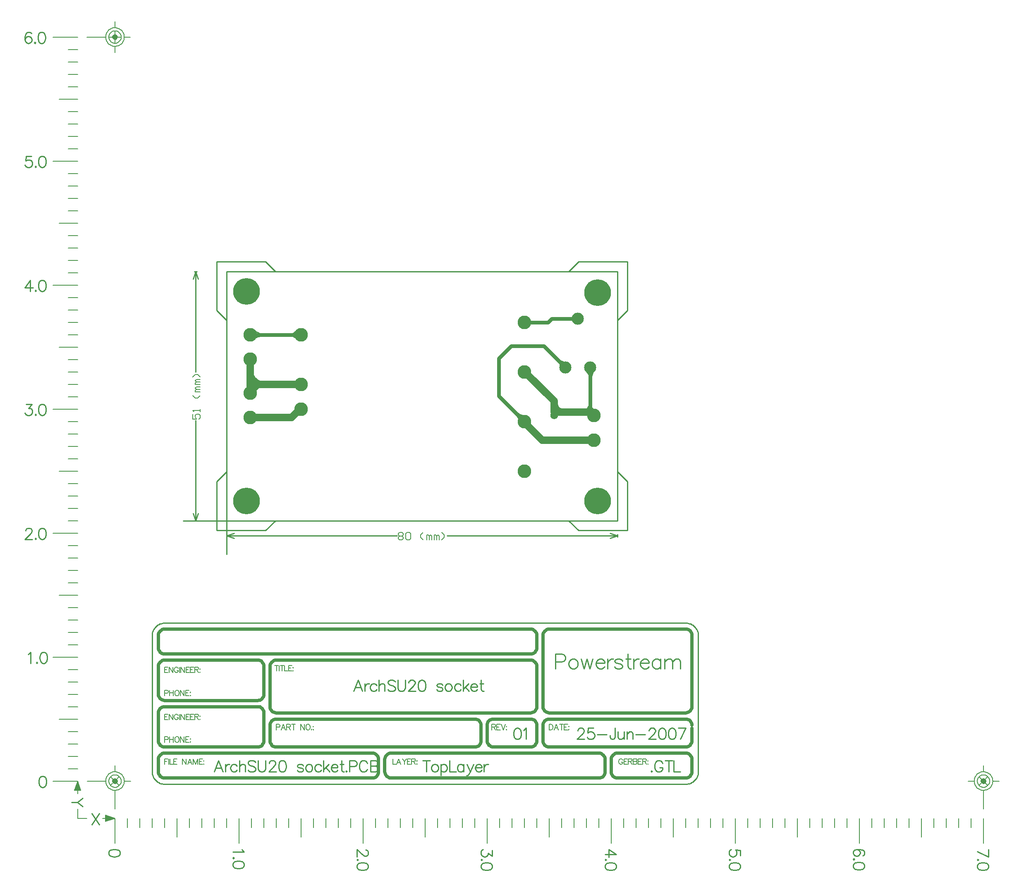
<source format=gtl>
%FSLAX23Y23*%
%MOIN*%
G70*
G01*
G75*
%ADD10C,0.040*%
%ADD11C,0.010*%
%ADD12C,0.030*%
%ADD13C,0.060*%
%ADD14C,0.009*%
%ADD15C,0.025*%
%ADD16C,0.008*%
%ADD17C,0.005*%
%ADD18C,0.006*%
%ADD19C,0.062*%
%ADD20C,0.215*%
%ADD21C,0.098*%
%ADD22C,0.110*%
%ADD23C,0.110*%
D10*
X8258Y8762D02*
X8262Y8752D01*
X8266Y8743D01*
X8271Y8735D01*
X8277Y8726D01*
X8283Y8718D01*
X8290Y8711D01*
X8297Y8704D01*
X8305Y8698D01*
X8313Y8692D01*
X8321Y8687D01*
X8330Y8682D01*
X8339Y8678D01*
X8349Y8675D01*
X8359Y8673D01*
D11*
X8283Y9112D02*
X8292Y9105D01*
X8300Y9099D01*
X8309Y9094D01*
X8318Y9089D01*
X8328Y9085D01*
X8337Y9082D01*
X8347Y9079D01*
X8358Y9077D01*
X8368Y9075D01*
X8368Y9062D02*
X8358Y9062D01*
X8348Y9061D01*
X8338Y9060D01*
X8328Y9058D01*
X8319Y9056D01*
X8309Y9052D01*
X8300Y9049D01*
X8291Y9044D01*
X8282Y9040D01*
X8568Y9072D02*
X8578Y9074D01*
X8587Y9077D01*
X8596Y9081D01*
X8605Y9085D01*
X8614Y9090D01*
X8622Y9096D01*
X8629Y9102D01*
X8636Y9109D01*
X8643Y9032D02*
X8636Y9039D01*
X8629Y9045D01*
X8620Y9051D01*
X8612Y9055D01*
X8602Y9059D01*
X8593Y9062D01*
X8583Y9065D01*
X8573Y9066D01*
X8563Y9066D01*
X10997Y8527D02*
X10996Y8517D01*
X10997Y8507D01*
X11000Y8497D01*
X11005Y8488D01*
X11012Y8480D01*
X11020Y8474D01*
X11029Y8470D01*
X11038Y8467D01*
X11028Y8782D02*
X11023Y8773D01*
X11018Y8763D01*
X11014Y8754D01*
X11011Y8744D01*
X11008Y8734D01*
X11006Y8723D01*
X11005Y8713D01*
X11004Y8702D01*
X11005Y8692D01*
X10997Y8702D02*
X10997Y8711D01*
X10995Y8721D01*
X10993Y8730D01*
X10990Y8739D01*
X10987Y8748D01*
X10982Y8756D01*
X10977Y8764D01*
X10972Y8772D01*
X10965Y8779D01*
X10759Y8812D02*
X10758Y8822D01*
X10755Y8832D01*
X10752Y8841D01*
X10746Y8850D01*
X10740Y8858D01*
X10753Y8867D02*
X10762Y8862D01*
X10771Y8858D01*
X10780Y8855D01*
X10789Y8852D01*
X10799Y8851D01*
X10808Y8851D01*
X10408Y8442D02*
X10417Y8436D01*
X10425Y8431D01*
X10435Y8427D01*
X10444Y8424D01*
X10454Y8421D01*
X10463Y8420D01*
X10473Y8419D01*
X10429Y8352D02*
X10428Y8362D01*
X10427Y8372D01*
X10425Y8381D01*
X10422Y8391D01*
X10418Y8400D01*
X10413Y8409D01*
X10408Y8417D01*
X10402Y8425D01*
X10395Y8433D01*
X11868Y6647D02*
X11868Y6657D01*
X11867Y6666D01*
X11864Y6676D01*
X11861Y6685D01*
X11857Y6694D01*
X11852Y6702D01*
X11846Y6710D01*
X11839Y6718D01*
X11832Y6724D01*
X11824Y6730D01*
X11816Y6735D01*
X11807Y6739D01*
X11798Y6742D01*
X11788Y6745D01*
X11778Y6746D01*
X11768Y6747D01*
Y5447D02*
X11778Y5447D01*
X11788Y5449D01*
X11798Y5451D01*
X11807Y5454D01*
X11816Y5459D01*
X11824Y5464D01*
X11832Y5470D01*
X11839Y5476D01*
X11846Y5483D01*
X11852Y5491D01*
X11857Y5500D01*
X11861Y5509D01*
X11864Y5518D01*
X11867Y5527D01*
X11868Y5537D01*
X11868Y5547D01*
X7468Y5548D02*
X7469Y5538D01*
X7470Y5528D01*
X7473Y5519D01*
X7476Y5510D01*
X7480Y5501D01*
X7485Y5492D01*
X7491Y5484D01*
X7497Y5477D01*
X7505Y5470D01*
X7512Y5464D01*
X7521Y5459D01*
X7530Y5455D01*
X7539Y5452D01*
X7548Y5449D01*
X7558Y5447D01*
X7568Y5447D01*
X7568Y6747D02*
X7559Y6746D01*
X7549Y6745D01*
X7539Y6742D01*
X7530Y6739D01*
X7521Y6735D01*
X7513Y6730D01*
X7505Y6724D01*
X7498Y6718D01*
X7491Y6710D01*
X7485Y6702D01*
X7480Y6694D01*
X7476Y6685D01*
X7473Y6676D01*
X7470Y6666D01*
X7469Y6657D01*
X7468Y6647D01*
Y5547D02*
Y6647D01*
X11868Y5547D02*
Y6647D01*
X7568Y6747D02*
X11768D01*
X7568Y5447D02*
X11768D01*
X8068Y7572D02*
Y9580D01*
X11218Y7572D02*
Y9580D01*
X8068D02*
X11218D01*
X8068Y7572D02*
X11218D01*
Y7442D02*
Y7462D01*
X8068Y7442D02*
Y7462D01*
X11158Y7432D02*
X11218Y7452D01*
X11158Y7472D02*
X11218Y7452D01*
X8068D02*
X8128Y7432D01*
X8068Y7452D02*
X8128Y7472D01*
X9844Y7452D02*
X11218D01*
X8068D02*
X9442D01*
X8068Y7302D02*
Y7572D01*
X7808Y9580D02*
X7828D01*
X7808Y7572D02*
X7828D01*
X7818Y9580D02*
X7838Y9520D01*
X7798D02*
X7818Y9580D01*
Y7572D02*
X7838Y7632D01*
X7798D02*
X7818Y7572D01*
Y8772D02*
Y9580D01*
Y7572D02*
Y8380D01*
X7718Y7572D02*
X8068D01*
Y7966D01*
Y7572D02*
X8462D01*
X7990Y7493D02*
Y7887D01*
Y7493D02*
X8383D01*
X8460Y7572D02*
X8462D01*
X8383Y7493D02*
X8462Y7572D01*
X8068Y7966D02*
X8068D01*
X7990Y7887D02*
X8068Y7966D01*
Y9582D02*
X8462D01*
X8068Y9188D02*
Y9582D01*
X7990Y9661D02*
X8383D01*
X7990Y9267D02*
Y9661D01*
X8068Y9188D02*
Y9190D01*
X7990Y9267D02*
X8068Y9188D01*
X8462Y9582D02*
Y9582D01*
X8383Y9661D02*
X8462Y9582D01*
X10825Y7572D02*
X11218D01*
Y7966D01*
X10904Y7493D02*
X11297D01*
Y7887D01*
X11218Y7964D02*
Y7966D01*
X11297Y7887D01*
X10825Y7572D02*
Y7572D01*
X10904Y7493D01*
X11218Y9188D02*
Y9582D01*
X10825D02*
X11218D01*
X11297Y9267D02*
Y9661D01*
X10904D02*
X11297D01*
X10825Y9582D02*
X10826D01*
X10825D02*
X10904Y9661D01*
X11218Y9188D02*
X11219D01*
X11218D02*
X11297Y9267D01*
D12*
X10723Y8512D02*
X10724Y8502D01*
X10727Y8493D01*
X10732Y8484D01*
X10738Y8476D01*
X10746Y8470D01*
X10754Y8466D01*
X10764Y8463D01*
X10773Y8462D01*
X10948Y8457D02*
X10959Y8458D01*
X10968Y8462D01*
X10977Y8467D01*
X10984Y8474D01*
X10990Y8483D01*
X10994Y8492D01*
X10997Y8502D01*
X10997Y8512D01*
X8258Y9072D02*
X8667D01*
X10468Y8372D02*
X10470D01*
X10263Y8577D02*
X10468Y8372D01*
X10263Y8577D02*
Y8882D01*
X10363Y8982D01*
X10626D01*
X10800Y8808D01*
X10688Y9202D02*
X10898D01*
X10658Y9172D02*
X10688Y9202D01*
X10470Y9172D02*
X10658D01*
X10997Y8449D02*
Y8808D01*
D13*
X10997Y8808D02*
X10998Y8807D01*
X10470Y8770D02*
Y8772D01*
X8658Y8472D02*
X8667D01*
X8592Y8405D02*
X8658Y8472D01*
X8258Y8405D02*
X8592D01*
X8318Y8672D02*
X8667D01*
X8248Y8602D02*
X8318Y8672D01*
X8258Y8602D02*
Y8875D01*
X10708Y8446D02*
Y8537D01*
Y8446D02*
X11001D01*
X10473Y8772D02*
X10708Y8537D01*
X10470Y8772D02*
X10478D01*
X10998Y8449D02*
X11028Y8419D01*
X10470Y8365D02*
Y8372D01*
Y8365D02*
X10613Y8222D01*
X11028D01*
D14*
X11493Y5555D02*
X11488Y5551D01*
X11493Y5547D01*
X11497Y5551D01*
X11493Y5555D01*
X11581Y5615D02*
X11577Y5624D01*
X11568Y5633D01*
X11560Y5637D01*
X11542D01*
X11534Y5633D01*
X11525Y5624D01*
X11521Y5615D01*
X11517Y5603D01*
Y5581D01*
X11521Y5568D01*
X11525Y5560D01*
X11534Y5551D01*
X11542Y5547D01*
X11560D01*
X11568Y5551D01*
X11577Y5560D01*
X11581Y5568D01*
Y5581D01*
X11560D02*
X11581D01*
X11632Y5637D02*
Y5547D01*
X11602Y5637D02*
X11662D01*
X11672D02*
Y5547D01*
X11724D01*
X9162Y6197D02*
X9128Y6287D01*
X9093Y6197D01*
X9106Y6227D02*
X9149D01*
X9183Y6257D02*
Y6197D01*
Y6231D02*
X9187Y6244D01*
X9196Y6253D01*
X9204Y6257D01*
X9217D01*
X9277Y6244D02*
X9268Y6253D01*
X9260Y6257D01*
X9247D01*
X9238Y6253D01*
X9230Y6244D01*
X9225Y6231D01*
Y6223D01*
X9230Y6210D01*
X9238Y6201D01*
X9247Y6197D01*
X9260D01*
X9268Y6201D01*
X9277Y6210D01*
X9296Y6287D02*
Y6197D01*
Y6240D02*
X9309Y6253D01*
X9318Y6257D01*
X9330D01*
X9339Y6253D01*
X9343Y6240D01*
Y6197D01*
X9427Y6274D02*
X9418Y6282D01*
X9405Y6287D01*
X9388D01*
X9375Y6282D01*
X9367Y6274D01*
Y6265D01*
X9371Y6257D01*
X9375Y6253D01*
X9384Y6248D01*
X9410Y6240D01*
X9418Y6235D01*
X9423Y6231D01*
X9427Y6223D01*
Y6210D01*
X9418Y6201D01*
X9405Y6197D01*
X9388D01*
X9375Y6201D01*
X9367Y6210D01*
X9447Y6287D02*
Y6223D01*
X9451Y6210D01*
X9460Y6201D01*
X9473Y6197D01*
X9481D01*
X9494Y6201D01*
X9503Y6210D01*
X9507Y6223D01*
Y6287D01*
X9536Y6265D02*
Y6270D01*
X9540Y6278D01*
X9545Y6282D01*
X9553Y6287D01*
X9570D01*
X9579Y6282D01*
X9583Y6278D01*
X9588Y6270D01*
Y6261D01*
X9583Y6253D01*
X9575Y6240D01*
X9532Y6197D01*
X9592D01*
X9638Y6287D02*
X9625Y6282D01*
X9616Y6270D01*
X9612Y6248D01*
Y6235D01*
X9616Y6214D01*
X9625Y6201D01*
X9638Y6197D01*
X9646D01*
X9659Y6201D01*
X9668Y6214D01*
X9672Y6235D01*
Y6248D01*
X9668Y6270D01*
X9659Y6282D01*
X9646Y6287D01*
X9638D01*
X9810Y6244D02*
X9806Y6253D01*
X9793Y6257D01*
X9780D01*
X9767Y6253D01*
X9763Y6244D01*
X9767Y6235D01*
X9776Y6231D01*
X9797Y6227D01*
X9806Y6223D01*
X9810Y6214D01*
Y6210D01*
X9806Y6201D01*
X9793Y6197D01*
X9780D01*
X9767Y6201D01*
X9763Y6210D01*
X9850Y6257D02*
X9842Y6253D01*
X9833Y6244D01*
X9829Y6231D01*
Y6223D01*
X9833Y6210D01*
X9842Y6201D01*
X9850Y6197D01*
X9863D01*
X9872Y6201D01*
X9880Y6210D01*
X9884Y6223D01*
Y6231D01*
X9880Y6244D01*
X9872Y6253D01*
X9863Y6257D01*
X9850D01*
X9956Y6244D02*
X9947Y6253D01*
X9938Y6257D01*
X9926D01*
X9917Y6253D01*
X9908Y6244D01*
X9904Y6231D01*
Y6223D01*
X9908Y6210D01*
X9917Y6201D01*
X9926Y6197D01*
X9938D01*
X9947Y6201D01*
X9956Y6210D01*
X9975Y6287D02*
Y6197D01*
X10018Y6257D02*
X9975Y6214D01*
X9992Y6231D02*
X10022Y6197D01*
X10036Y6231D02*
X10088D01*
Y6240D01*
X10083Y6248D01*
X10079Y6253D01*
X10070Y6257D01*
X10058D01*
X10049Y6253D01*
X10040Y6244D01*
X10036Y6231D01*
Y6223D01*
X10040Y6210D01*
X10049Y6201D01*
X10058Y6197D01*
X10070D01*
X10079Y6201D01*
X10088Y6210D01*
X10120Y6287D02*
Y6214D01*
X10124Y6201D01*
X10133Y6197D01*
X10141D01*
X10107Y6257D02*
X10137D01*
X8037Y5547D02*
X8003Y5637D01*
X7968Y5547D01*
X7981Y5577D02*
X8024D01*
X8058Y5607D02*
Y5547D01*
Y5581D02*
X8062Y5594D01*
X8071Y5603D01*
X8079Y5607D01*
X8092D01*
X8152Y5594D02*
X8143Y5603D01*
X8135Y5607D01*
X8122D01*
X8113Y5603D01*
X8105Y5594D01*
X8100Y5581D01*
Y5573D01*
X8105Y5560D01*
X8113Y5551D01*
X8122Y5547D01*
X8135D01*
X8143Y5551D01*
X8152Y5560D01*
X8171Y5637D02*
Y5547D01*
Y5590D02*
X8184Y5603D01*
X8193Y5607D01*
X8205D01*
X8214Y5603D01*
X8218Y5590D01*
Y5547D01*
X8302Y5624D02*
X8293Y5633D01*
X8280Y5637D01*
X8263D01*
X8250Y5633D01*
X8242Y5624D01*
Y5615D01*
X8246Y5607D01*
X8250Y5603D01*
X8259Y5598D01*
X8285Y5590D01*
X8293Y5585D01*
X8298Y5581D01*
X8302Y5573D01*
Y5560D01*
X8293Y5551D01*
X8280Y5547D01*
X8263D01*
X8250Y5551D01*
X8242Y5560D01*
X8322Y5637D02*
Y5573D01*
X8326Y5560D01*
X8335Y5551D01*
X8348Y5547D01*
X8356D01*
X8369Y5551D01*
X8378Y5560D01*
X8382Y5573D01*
Y5637D01*
X8411Y5615D02*
Y5620D01*
X8415Y5628D01*
X8420Y5633D01*
X8428Y5637D01*
X8445D01*
X8454Y5633D01*
X8458Y5628D01*
X8463Y5620D01*
Y5611D01*
X8458Y5603D01*
X8450Y5590D01*
X8407Y5547D01*
X8467D01*
X8513Y5637D02*
X8500Y5633D01*
X8491Y5620D01*
X8487Y5598D01*
Y5585D01*
X8491Y5564D01*
X8500Y5551D01*
X8513Y5547D01*
X8521D01*
X8534Y5551D01*
X8543Y5564D01*
X8547Y5585D01*
Y5598D01*
X8543Y5620D01*
X8534Y5633D01*
X8521Y5637D01*
X8513D01*
X8685Y5594D02*
X8681Y5603D01*
X8668Y5607D01*
X8655D01*
X8642Y5603D01*
X8638Y5594D01*
X8642Y5585D01*
X8651Y5581D01*
X8672Y5577D01*
X8681Y5573D01*
X8685Y5564D01*
Y5560D01*
X8681Y5551D01*
X8668Y5547D01*
X8655D01*
X8642Y5551D01*
X8638Y5560D01*
X8725Y5607D02*
X8717Y5603D01*
X8708Y5594D01*
X8704Y5581D01*
Y5573D01*
X8708Y5560D01*
X8717Y5551D01*
X8725Y5547D01*
X8738D01*
X8747Y5551D01*
X8755Y5560D01*
X8759Y5573D01*
Y5581D01*
X8755Y5594D01*
X8747Y5603D01*
X8738Y5607D01*
X8725D01*
X8831Y5594D02*
X8822Y5603D01*
X8813Y5607D01*
X8801D01*
X8792Y5603D01*
X8783Y5594D01*
X8779Y5581D01*
Y5573D01*
X8783Y5560D01*
X8792Y5551D01*
X8801Y5547D01*
X8813D01*
X8822Y5551D01*
X8831Y5560D01*
X8850Y5637D02*
Y5547D01*
X8893Y5607D02*
X8850Y5564D01*
X8867Y5581D02*
X8897Y5547D01*
X8911Y5581D02*
X8963D01*
Y5590D01*
X8958Y5598D01*
X8954Y5603D01*
X8945Y5607D01*
X8933D01*
X8924Y5603D01*
X8915Y5594D01*
X8911Y5581D01*
Y5573D01*
X8915Y5560D01*
X8924Y5551D01*
X8933Y5547D01*
X8945D01*
X8954Y5551D01*
X8963Y5560D01*
X8995Y5637D02*
Y5564D01*
X8999Y5551D01*
X9008Y5547D01*
X9016D01*
X8982Y5607D02*
X9012D01*
X9033Y5555D02*
X9029Y5551D01*
X9033Y5547D01*
X9038Y5551D01*
X9033Y5555D01*
X9057Y5590D02*
X9096D01*
X9109Y5594D01*
X9113Y5598D01*
X9117Y5607D01*
Y5620D01*
X9113Y5628D01*
X9109Y5633D01*
X9096Y5637D01*
X9057D01*
Y5547D01*
X9202Y5615D02*
X9197Y5624D01*
X9189Y5633D01*
X9180Y5637D01*
X9163D01*
X9155Y5633D01*
X9146Y5624D01*
X9142Y5615D01*
X9137Y5603D01*
Y5581D01*
X9142Y5568D01*
X9146Y5560D01*
X9155Y5551D01*
X9163Y5547D01*
X9180D01*
X9189Y5551D01*
X9197Y5560D01*
X9202Y5568D01*
X9227Y5637D02*
Y5547D01*
Y5637D02*
X9266D01*
X9278Y5633D01*
X9283Y5628D01*
X9287Y5620D01*
Y5611D01*
X9283Y5603D01*
X9278Y5598D01*
X9266Y5594D01*
X9227D02*
X9266D01*
X9278Y5590D01*
X9283Y5585D01*
X9287Y5577D01*
Y5564D01*
X9283Y5555D01*
X9278Y5551D01*
X9266Y5547D01*
X9227D01*
X9678Y5637D02*
Y5547D01*
X9648Y5637D02*
X9708D01*
X9741Y5607D02*
X9732Y5603D01*
X9723Y5594D01*
X9719Y5581D01*
Y5573D01*
X9723Y5560D01*
X9732Y5551D01*
X9741Y5547D01*
X9753D01*
X9762Y5551D01*
X9771Y5560D01*
X9775Y5573D01*
Y5581D01*
X9771Y5594D01*
X9762Y5603D01*
X9753Y5607D01*
X9741D01*
X9795D02*
Y5517D01*
Y5594D02*
X9803Y5603D01*
X9812Y5607D01*
X9825D01*
X9833Y5603D01*
X9842Y5594D01*
X9846Y5581D01*
Y5573D01*
X9842Y5560D01*
X9833Y5551D01*
X9825Y5547D01*
X9812D01*
X9803Y5551D01*
X9795Y5560D01*
X9865Y5637D02*
Y5547D01*
X9917D01*
X9978Y5607D02*
Y5547D01*
Y5594D02*
X9969Y5603D01*
X9961Y5607D01*
X9948D01*
X9939Y5603D01*
X9931Y5594D01*
X9927Y5581D01*
Y5573D01*
X9931Y5560D01*
X9939Y5551D01*
X9948Y5547D01*
X9961D01*
X9969Y5551D01*
X9978Y5560D01*
X10006Y5607D02*
X10032Y5547D01*
X10058Y5607D02*
X10032Y5547D01*
X10023Y5530D01*
X10015Y5521D01*
X10006Y5517D01*
X10002D01*
X10073Y5581D02*
X10124D01*
Y5590D01*
X10120Y5598D01*
X10116Y5603D01*
X10107Y5607D01*
X10094D01*
X10086Y5603D01*
X10077Y5594D01*
X10073Y5581D01*
Y5573D01*
X10077Y5560D01*
X10086Y5551D01*
X10094Y5547D01*
X10107D01*
X10116Y5551D01*
X10124Y5560D01*
X10143Y5607D02*
Y5547D01*
Y5581D02*
X10148Y5594D01*
X10156Y5603D01*
X10165Y5607D01*
X10178D01*
X10407Y5899D02*
X10394Y5895D01*
X10385Y5882D01*
X10381Y5861D01*
Y5848D01*
X10385Y5826D01*
X10394Y5814D01*
X10407Y5809D01*
X10415D01*
X10428Y5814D01*
X10437Y5826D01*
X10441Y5848D01*
Y5861D01*
X10437Y5882D01*
X10428Y5895D01*
X10415Y5899D01*
X10407D01*
X10461Y5882D02*
X10470Y5886D01*
X10483Y5899D01*
Y5809D01*
X10718Y6434D02*
X10770D01*
X10787Y6440D01*
X10793Y6445D01*
X10798Y6457D01*
Y6474D01*
X10793Y6485D01*
X10787Y6491D01*
X10770Y6497D01*
X10718D01*
Y6377D01*
X10854Y6457D02*
X10842Y6451D01*
X10831Y6440D01*
X10825Y6423D01*
Y6411D01*
X10831Y6394D01*
X10842Y6383D01*
X10854Y6377D01*
X10871D01*
X10882Y6383D01*
X10894Y6394D01*
X10900Y6411D01*
Y6423D01*
X10894Y6440D01*
X10882Y6451D01*
X10871Y6457D01*
X10854D01*
X10926D02*
X10949Y6377D01*
X10972Y6457D02*
X10949Y6377D01*
X10972Y6457D02*
X10994Y6377D01*
X11017Y6457D02*
X10994Y6377D01*
X11045Y6423D02*
X11114D01*
Y6434D01*
X11108Y6445D01*
X11102Y6451D01*
X11091Y6457D01*
X11074D01*
X11062Y6451D01*
X11051Y6440D01*
X11045Y6423D01*
Y6411D01*
X11051Y6394D01*
X11062Y6383D01*
X11074Y6377D01*
X11091D01*
X11102Y6383D01*
X11114Y6394D01*
X11140Y6457D02*
Y6377D01*
Y6423D02*
X11145Y6440D01*
X11157Y6451D01*
X11168Y6457D01*
X11185D01*
X11259Y6440D02*
X11253Y6451D01*
X11236Y6457D01*
X11219D01*
X11202Y6451D01*
X11196Y6440D01*
X11202Y6428D01*
X11213Y6423D01*
X11242Y6417D01*
X11253Y6411D01*
X11259Y6400D01*
Y6394D01*
X11253Y6383D01*
X11236Y6377D01*
X11219D01*
X11202Y6383D01*
X11196Y6394D01*
X11301Y6497D02*
Y6400D01*
X11307Y6383D01*
X11318Y6377D01*
X11330D01*
X11284Y6457D02*
X11324D01*
X11347D02*
Y6377D01*
Y6423D02*
X11353Y6440D01*
X11364Y6451D01*
X11375Y6457D01*
X11393D01*
X11403Y6423D02*
X11472D01*
Y6434D01*
X11466Y6445D01*
X11461Y6451D01*
X11449Y6457D01*
X11432D01*
X11421Y6451D01*
X11409Y6440D01*
X11403Y6423D01*
Y6411D01*
X11409Y6394D01*
X11421Y6383D01*
X11432Y6377D01*
X11449D01*
X11461Y6383D01*
X11472Y6394D01*
X11566Y6457D02*
Y6377D01*
Y6440D02*
X11555Y6451D01*
X11543Y6457D01*
X11526D01*
X11515Y6451D01*
X11503Y6440D01*
X11498Y6423D01*
Y6411D01*
X11503Y6394D01*
X11515Y6383D01*
X11526Y6377D01*
X11543D01*
X11555Y6383D01*
X11566Y6394D01*
X11598Y6457D02*
Y6377D01*
Y6434D02*
X11615Y6451D01*
X11627Y6457D01*
X11644D01*
X11655Y6451D01*
X11661Y6434D01*
Y6377D01*
Y6434D02*
X11678Y6451D01*
X11690Y6457D01*
X11707D01*
X11718Y6451D01*
X11724Y6434D01*
Y6377D01*
X10898Y5878D02*
Y5882D01*
X10902Y5891D01*
X10906Y5895D01*
X10915Y5899D01*
X10932D01*
X10941Y5895D01*
X10945Y5891D01*
X10949Y5882D01*
Y5874D01*
X10945Y5865D01*
X10936Y5852D01*
X10893Y5809D01*
X10953D01*
X11025Y5899D02*
X10982D01*
X10978Y5861D01*
X10982Y5865D01*
X10995Y5869D01*
X11008D01*
X11021Y5865D01*
X11029Y5856D01*
X11034Y5844D01*
Y5835D01*
X11029Y5822D01*
X11021Y5814D01*
X11008Y5809D01*
X10995D01*
X10982Y5814D01*
X10978Y5818D01*
X10974Y5826D01*
X11054Y5848D02*
X11131D01*
X11200Y5899D02*
Y5831D01*
X11196Y5818D01*
X11192Y5814D01*
X11183Y5809D01*
X11175D01*
X11166Y5814D01*
X11162Y5818D01*
X11157Y5831D01*
Y5839D01*
X11223Y5869D02*
Y5826D01*
X11228Y5814D01*
X11236Y5809D01*
X11249D01*
X11258Y5814D01*
X11271Y5826D01*
Y5869D02*
Y5809D01*
X11294Y5869D02*
Y5809D01*
Y5852D02*
X11307Y5865D01*
X11316Y5869D01*
X11328D01*
X11337Y5865D01*
X11341Y5852D01*
Y5809D01*
X11365Y5848D02*
X11442D01*
X11473Y5878D02*
Y5882D01*
X11477Y5891D01*
X11481Y5895D01*
X11490Y5899D01*
X11507D01*
X11516Y5895D01*
X11520Y5891D01*
X11524Y5882D01*
Y5874D01*
X11520Y5865D01*
X11511Y5852D01*
X11469Y5809D01*
X11529D01*
X11574Y5899D02*
X11561Y5895D01*
X11553Y5882D01*
X11549Y5861D01*
Y5848D01*
X11553Y5826D01*
X11561Y5814D01*
X11574Y5809D01*
X11583D01*
X11596Y5814D01*
X11604Y5826D01*
X11609Y5848D01*
Y5861D01*
X11604Y5882D01*
X11596Y5895D01*
X11583Y5899D01*
X11574D01*
X11654D02*
X11642Y5895D01*
X11633Y5882D01*
X11629Y5861D01*
Y5848D01*
X11633Y5826D01*
X11642Y5814D01*
X11654Y5809D01*
X11663D01*
X11676Y5814D01*
X11684Y5826D01*
X11689Y5848D01*
Y5861D01*
X11684Y5882D01*
X11676Y5895D01*
X11663Y5899D01*
X11654D01*
X11769D02*
X11726Y5809D01*
X11709Y5899D02*
X11769D01*
X6908Y5334D02*
X6866Y5300D01*
X6818D01*
X6908Y5266D02*
X6866Y5300D01*
X6981Y5212D02*
X7041Y5122D01*
Y5212D02*
X6981Y5122D01*
X13196Y4870D02*
X13204Y4875D01*
X13208Y4888D01*
Y4896D01*
X13204Y4909D01*
X13191Y4918D01*
X13170Y4922D01*
X13148D01*
X13131Y4918D01*
X13123Y4909D01*
X13118Y4896D01*
Y4892D01*
X13123Y4879D01*
X13131Y4870D01*
X13144Y4866D01*
X13148D01*
X13161Y4870D01*
X13170Y4879D01*
X13174Y4892D01*
Y4896D01*
X13170Y4909D01*
X13161Y4918D01*
X13148Y4922D01*
X13127Y4842D02*
X13123Y4846D01*
X13118Y4842D01*
X13123Y4838D01*
X13127Y4842D01*
X13208Y4792D02*
X13204Y4805D01*
X13191Y4814D01*
X13170Y4818D01*
X13157D01*
X13136Y4814D01*
X13123Y4805D01*
X13118Y4792D01*
Y4784D01*
X13123Y4771D01*
X13136Y4762D01*
X13157Y4758D01*
X13170D01*
X13191Y4762D01*
X13204Y4771D01*
X13208Y4784D01*
Y4792D01*
X11208Y4879D02*
X11148Y4922D01*
Y4858D01*
X11208Y4879D02*
X11118D01*
X11127Y4837D02*
X11123Y4842D01*
X11118Y4837D01*
X11123Y4833D01*
X11127Y4837D01*
X11208Y4788D02*
X11204Y4801D01*
X11191Y4809D01*
X11170Y4813D01*
X11157D01*
X11136Y4809D01*
X11123Y4801D01*
X11118Y4788D01*
Y4779D01*
X11123Y4766D01*
X11136Y4758D01*
X11157Y4753D01*
X11170D01*
X11191Y4758D01*
X11204Y4766D01*
X11208Y4779D01*
Y4788D01*
X9187Y4918D02*
X9191D01*
X9200Y4913D01*
X9204Y4909D01*
X9208Y4900D01*
Y4883D01*
X9204Y4875D01*
X9200Y4870D01*
X9191Y4866D01*
X9183D01*
X9174Y4870D01*
X9161Y4879D01*
X9118Y4922D01*
Y4862D01*
X9127Y4837D02*
X9123Y4842D01*
X9118Y4837D01*
X9123Y4833D01*
X9127Y4837D01*
X9208Y4788D02*
X9204Y4801D01*
X9191Y4809D01*
X9170Y4813D01*
X9157D01*
X9136Y4809D01*
X9123Y4801D01*
X9118Y4788D01*
Y4779D01*
X9123Y4766D01*
X9136Y4758D01*
X9157Y4753D01*
X9170D01*
X9191Y4758D01*
X9204Y4766D01*
X9208Y4779D01*
Y4788D01*
X7208Y4896D02*
X7204Y4909D01*
X7191Y4918D01*
X7170Y4922D01*
X7157D01*
X7136Y4918D01*
X7123Y4909D01*
X7118Y4896D01*
Y4888D01*
X7123Y4875D01*
X7136Y4866D01*
X7157Y4862D01*
X7170D01*
X7191Y4866D01*
X7204Y4875D01*
X7208Y4888D01*
Y4896D01*
X8191Y4922D02*
X8196Y4913D01*
X8208Y4900D01*
X8118D01*
X8127Y4852D02*
X8123Y4856D01*
X8118Y4852D01*
X8123Y4847D01*
X8127Y4852D01*
X8208Y4802D02*
X8204Y4815D01*
X8191Y4823D01*
X8170Y4828D01*
X8157D01*
X8136Y4823D01*
X8123Y4815D01*
X8118Y4802D01*
Y4793D01*
X8123Y4780D01*
X8136Y4772D01*
X8157Y4768D01*
X8170D01*
X8191Y4772D01*
X8204Y4780D01*
X8208Y4793D01*
Y4802D01*
X10208Y4913D02*
Y4866D01*
X10174Y4892D01*
Y4879D01*
X10170Y4870D01*
X10166Y4866D01*
X10153Y4862D01*
X10144D01*
X10131Y4866D01*
X10123Y4875D01*
X10118Y4888D01*
Y4900D01*
X10123Y4913D01*
X10127Y4918D01*
X10136Y4922D01*
X10127Y4837D02*
X10123Y4842D01*
X10118Y4837D01*
X10123Y4833D01*
X10127Y4837D01*
X10208Y4788D02*
X10204Y4801D01*
X10191Y4809D01*
X10170Y4813D01*
X10157D01*
X10136Y4809D01*
X10123Y4801D01*
X10118Y4788D01*
Y4779D01*
X10123Y4766D01*
X10136Y4758D01*
X10157Y4753D01*
X10170D01*
X10191Y4758D01*
X10204Y4766D01*
X10208Y4779D01*
Y4788D01*
X12208Y4870D02*
Y4913D01*
X12170Y4918D01*
X12174Y4913D01*
X12178Y4900D01*
Y4888D01*
X12174Y4875D01*
X12166Y4866D01*
X12153Y4862D01*
X12144D01*
X12131Y4866D01*
X12123Y4875D01*
X12118Y4888D01*
Y4900D01*
X12123Y4913D01*
X12127Y4918D01*
X12136Y4922D01*
X12127Y4837D02*
X12123Y4842D01*
X12118Y4837D01*
X12123Y4833D01*
X12127Y4837D01*
X12208Y4788D02*
X12204Y4801D01*
X12191Y4809D01*
X12170Y4813D01*
X12157D01*
X12136Y4809D01*
X12123Y4801D01*
X12118Y4788D01*
Y4779D01*
X12123Y4766D01*
X12136Y4758D01*
X12157Y4753D01*
X12170D01*
X12191Y4758D01*
X12204Y4766D01*
X12208Y4779D01*
Y4788D01*
X14208Y4862D02*
X14118Y4905D01*
X14208Y4922D02*
Y4862D01*
X14127Y4837D02*
X14123Y4842D01*
X14118Y4837D01*
X14123Y4833D01*
X14127Y4837D01*
X14208Y4788D02*
X14204Y4801D01*
X14191Y4809D01*
X14170Y4813D01*
X14157D01*
X14136Y4809D01*
X14123Y4801D01*
X14118Y4788D01*
Y4779D01*
X14123Y4766D01*
X14136Y4758D01*
X14157Y4753D01*
X14170D01*
X14191Y4758D01*
X14204Y4766D01*
X14208Y4779D01*
Y4788D01*
X6495Y10512D02*
X6452D01*
X6448Y10473D01*
X6452Y10478D01*
X6465Y10482D01*
X6478D01*
X6491Y10478D01*
X6499Y10469D01*
X6503Y10456D01*
Y10448D01*
X6499Y10435D01*
X6491Y10426D01*
X6478Y10422D01*
X6465D01*
X6452Y10426D01*
X6448Y10430D01*
X6443Y10439D01*
X6528Y10430D02*
X6524Y10426D01*
X6528Y10422D01*
X6532Y10426D01*
X6528Y10430D01*
X6578Y10512D02*
X6565Y10507D01*
X6556Y10495D01*
X6552Y10473D01*
Y10460D01*
X6556Y10439D01*
X6565Y10426D01*
X6578Y10422D01*
X6586D01*
X6599Y10426D01*
X6608Y10439D01*
X6612Y10460D01*
Y10473D01*
X6608Y10495D01*
X6599Y10507D01*
X6586Y10512D01*
X6578D01*
X6452Y8512D02*
X6499D01*
X6473Y8478D01*
X6486D01*
X6495Y8473D01*
X6499Y8469D01*
X6503Y8456D01*
Y8448D01*
X6499Y8435D01*
X6491Y8426D01*
X6478Y8422D01*
X6465D01*
X6452Y8426D01*
X6448Y8430D01*
X6443Y8439D01*
X6528Y8430D02*
X6524Y8426D01*
X6528Y8422D01*
X6532Y8426D01*
X6528Y8430D01*
X6578Y8512D02*
X6565Y8507D01*
X6556Y8495D01*
X6552Y8473D01*
Y8460D01*
X6556Y8439D01*
X6565Y8426D01*
X6578Y8422D01*
X6586D01*
X6599Y8426D01*
X6608Y8439D01*
X6612Y8460D01*
Y8473D01*
X6608Y8495D01*
X6599Y8507D01*
X6586Y8512D01*
X6578D01*
X6468Y6495D02*
X6477Y6499D01*
X6490Y6512D01*
Y6422D01*
X6539Y6430D02*
X6534Y6426D01*
X6539Y6422D01*
X6543Y6426D01*
X6539Y6430D01*
X6588Y6512D02*
X6576Y6508D01*
X6567Y6495D01*
X6563Y6473D01*
Y6460D01*
X6567Y6439D01*
X6576Y6426D01*
X6588Y6422D01*
X6597D01*
X6610Y6426D01*
X6618Y6439D01*
X6623Y6460D01*
Y6473D01*
X6618Y6495D01*
X6610Y6508D01*
X6597Y6512D01*
X6588D01*
X6582Y5512D02*
X6569Y5508D01*
X6560Y5495D01*
X6556Y5473D01*
Y5460D01*
X6560Y5439D01*
X6569Y5426D01*
X6582Y5422D01*
X6590D01*
X6603Y5426D01*
X6612Y5439D01*
X6616Y5460D01*
Y5473D01*
X6612Y5495D01*
X6603Y5508D01*
X6590Y5512D01*
X6582D01*
X6448Y7490D02*
Y7495D01*
X6452Y7503D01*
X6456Y7508D01*
X6465Y7512D01*
X6482D01*
X6491Y7508D01*
X6495Y7503D01*
X6499Y7495D01*
Y7486D01*
X6495Y7478D01*
X6486Y7465D01*
X6443Y7422D01*
X6503D01*
X6528Y7430D02*
X6524Y7426D01*
X6528Y7422D01*
X6532Y7426D01*
X6528Y7430D01*
X6578Y7512D02*
X6565Y7508D01*
X6556Y7495D01*
X6552Y7473D01*
Y7460D01*
X6556Y7439D01*
X6565Y7426D01*
X6578Y7422D01*
X6586D01*
X6599Y7426D01*
X6608Y7439D01*
X6612Y7460D01*
Y7473D01*
X6608Y7495D01*
X6599Y7508D01*
X6586Y7512D01*
X6578D01*
X6486Y9512D02*
X6443Y9452D01*
X6508D01*
X6486Y9512D02*
Y9422D01*
X6528Y9430D02*
X6524Y9426D01*
X6528Y9422D01*
X6532Y9426D01*
X6528Y9430D01*
X6578Y9512D02*
X6565Y9507D01*
X6556Y9495D01*
X6552Y9473D01*
Y9460D01*
X6556Y9439D01*
X6565Y9426D01*
X6578Y9422D01*
X6586D01*
X6599Y9426D01*
X6608Y9439D01*
X6612Y9460D01*
Y9473D01*
X6608Y9495D01*
X6599Y9507D01*
X6586Y9512D01*
X6578D01*
X6495Y11499D02*
X6491Y11507D01*
X6478Y11512D01*
X6469D01*
X6456Y11507D01*
X6448Y11495D01*
X6443Y11473D01*
Y11452D01*
X6448Y11435D01*
X6456Y11426D01*
X6469Y11422D01*
X6473D01*
X6486Y11426D01*
X6495Y11435D01*
X6499Y11448D01*
Y11452D01*
X6495Y11465D01*
X6486Y11473D01*
X6473Y11478D01*
X6469D01*
X6456Y11473D01*
X6448Y11465D01*
X6443Y11452D01*
X6523Y11430D02*
X6519Y11426D01*
X6523Y11422D01*
X6527Y11426D01*
X6523Y11430D01*
X6573Y11512D02*
X6560Y11507D01*
X6551Y11495D01*
X6547Y11473D01*
Y11460D01*
X6551Y11439D01*
X6560Y11426D01*
X6573Y11422D01*
X6581D01*
X6594Y11426D01*
X6603Y11439D01*
X6607Y11460D01*
Y11473D01*
X6603Y11495D01*
X6594Y11507D01*
X6581Y11512D01*
X6573D01*
D15*
X9293Y5647D02*
X9293Y5657D01*
X9290Y5666D01*
X9285Y5675D01*
X9279Y5682D01*
X9271Y5688D01*
X9263Y5693D01*
X9253Y5696D01*
X9243Y5697D01*
X9245Y5497D02*
X9254Y5498D01*
X9264Y5500D01*
X9272Y5505D01*
X9280Y5511D01*
X9286Y5519D01*
X9290Y5527D01*
X9293Y5537D01*
X9293Y5546D01*
X9393Y5697D02*
X9384Y5696D01*
X9374Y5693D01*
X9366Y5688D01*
X9358Y5682D01*
X9352Y5675D01*
X9347Y5666D01*
X9344Y5657D01*
X9343Y5647D01*
Y5547D02*
X9344Y5537D01*
X9347Y5528D01*
X9352Y5519D01*
X9358Y5512D01*
X9365Y5506D01*
X9374Y5501D01*
X9383Y5498D01*
X9393Y5497D01*
X11118Y5647D02*
X11118Y5657D01*
X11115Y5666D01*
X11110Y5675D01*
X11104Y5682D01*
X11096Y5688D01*
X11088Y5693D01*
X11078Y5696D01*
X11068Y5697D01*
X11070Y5497D02*
X11079Y5498D01*
X11089Y5500D01*
X11097Y5505D01*
X11105Y5511D01*
X11111Y5519D01*
X11115Y5527D01*
X11118Y5537D01*
X11118Y5546D01*
X11168Y5546D02*
X11169Y5536D01*
X11172Y5527D01*
X11177Y5518D01*
X11183Y5511D01*
X11191Y5505D01*
X11199Y5500D01*
X11209Y5498D01*
X11218Y5497D01*
X11218Y5697D02*
X11209Y5696D01*
X11199Y5693D01*
X11191Y5688D01*
X11183Y5682D01*
X11177Y5675D01*
X11172Y5666D01*
X11169Y5657D01*
X11168Y5647D01*
X8368Y6398D02*
X8368Y6407D01*
X8365Y6417D01*
X8360Y6425D01*
X8354Y6432D01*
X8347Y6439D01*
X8338Y6443D01*
X8329Y6446D01*
X8319Y6447D01*
X8320Y6122D02*
X8330Y6123D01*
X8339Y6125D01*
X8347Y6130D01*
X8354Y6136D01*
X8360Y6143D01*
X8365Y6151D01*
X8368Y6160D01*
X8368Y6170D01*
Y6023D02*
X8368Y6033D01*
X8365Y6042D01*
X8360Y6051D01*
X8354Y6058D01*
X8346Y6064D01*
X8337Y6069D01*
X8328Y6071D01*
X8318Y6072D01*
X8418Y6071D02*
X8419Y6061D01*
X8422Y6052D01*
X8427Y6044D01*
X8433Y6036D01*
X8440Y6030D01*
X8449Y6026D01*
X8458Y6023D01*
X8467Y6022D01*
X8418Y5796D02*
X8419Y5786D01*
X8422Y5777D01*
X8427Y5769D01*
X8433Y5761D01*
X8440Y5755D01*
X8449Y5751D01*
X8458Y5748D01*
X8467Y5747D01*
X8319D02*
X8329Y5748D01*
X8338Y5751D01*
X8347Y5755D01*
X8354Y5761D01*
X8360Y5769D01*
X8365Y5777D01*
X8368Y5786D01*
X8368Y5796D01*
X10118Y5923D02*
X10118Y5932D01*
X10115Y5942D01*
X10110Y5950D01*
X10104Y5957D01*
X10097Y5964D01*
X10088Y5968D01*
X10079Y5971D01*
X10069Y5972D01*
Y5747D02*
X10079Y5748D01*
X10088Y5751D01*
X10097Y5755D01*
X10104Y5761D01*
X10111Y5769D01*
X10115Y5778D01*
X10118Y5787D01*
X10118Y5797D01*
X10168Y5798D02*
X10169Y5788D01*
X10172Y5778D01*
X10177Y5770D01*
X10183Y5762D01*
X10191Y5756D01*
X10199Y5751D01*
X10209Y5748D01*
X10219Y5747D01*
X10216Y5972D02*
X10207Y5971D01*
X10198Y5968D01*
X10189Y5963D01*
X10182Y5957D01*
X10176Y5949D01*
X10171Y5940D01*
X10169Y5931D01*
X10169Y5921D01*
X8468Y5972D02*
X8459Y5971D01*
X8449Y5968D01*
X8441Y5963D01*
X8433Y5957D01*
X8427Y5950D01*
X8422Y5941D01*
X8419Y5932D01*
X8418Y5922D01*
X8468Y6447D02*
X8459Y6446D01*
X8449Y6443D01*
X8441Y6438D01*
X8433Y6432D01*
X8427Y6425D01*
X8422Y6416D01*
X8419Y6407D01*
X8418Y6397D01*
X7518Y5797D02*
X7519Y5787D01*
X7522Y5778D01*
X7527Y5769D01*
X7533Y5762D01*
X7540Y5756D01*
X7549Y5751D01*
X7558Y5748D01*
X7568Y5747D01*
X7568Y6072D02*
X7559Y6071D01*
X7549Y6068D01*
X7541Y6063D01*
X7533Y6057D01*
X7527Y6050D01*
X7522Y6041D01*
X7519Y6032D01*
X7518Y6022D01*
Y6172D02*
X7519Y6162D01*
X7522Y6153D01*
X7527Y6144D01*
X7533Y6136D01*
X7541Y6130D01*
X7549Y6126D01*
X7559Y6123D01*
X7568Y6122D01*
Y6447D02*
X7559Y6446D01*
X7549Y6443D01*
X7541Y6438D01*
X7533Y6432D01*
X7527Y6425D01*
X7522Y6416D01*
X7519Y6407D01*
X7518Y6397D01*
Y6547D02*
X7519Y6537D01*
X7522Y6528D01*
X7527Y6519D01*
X7533Y6511D01*
X7541Y6505D01*
X7549Y6501D01*
X7559Y6498D01*
X7568Y6497D01*
Y6697D02*
X7559Y6696D01*
X7549Y6693D01*
X7541Y6688D01*
X7533Y6682D01*
X7527Y6675D01*
X7522Y6666D01*
X7519Y6657D01*
X7518Y6647D01*
X10568D02*
X10568Y6657D01*
X10565Y6666D01*
X10560Y6675D01*
X10554Y6682D01*
X10546Y6688D01*
X10538Y6693D01*
X10528Y6696D01*
X10518Y6697D01*
X10668D02*
X10659Y6696D01*
X10649Y6693D01*
X10641Y6688D01*
X10633Y6682D01*
X10627Y6675D01*
X10622Y6666D01*
X10619Y6657D01*
X10618Y6647D01*
X10518Y6497D02*
X10528Y6498D01*
X10538Y6501D01*
X10546Y6505D01*
X10554Y6511D01*
X10560Y6519D01*
X10565Y6528D01*
X10568Y6537D01*
X10568Y6547D01*
Y6397D02*
X10568Y6407D01*
X10565Y6416D01*
X10560Y6425D01*
X10554Y6432D01*
X10546Y6438D01*
X10538Y6443D01*
X10528Y6446D01*
X10518Y6447D01*
X7568Y5697D02*
X7559Y5696D01*
X7549Y5693D01*
X7541Y5688D01*
X7533Y5682D01*
X7527Y5675D01*
X7522Y5666D01*
X7519Y5657D01*
X7518Y5647D01*
X10519Y6022D02*
X10529Y6023D01*
X10538Y6026D01*
X10547Y6031D01*
X10554Y6037D01*
X10560Y6044D01*
X10565Y6053D01*
X10568Y6062D01*
X10569Y6072D01*
X7518Y5547D02*
X7519Y5537D01*
X7522Y5528D01*
X7527Y5519D01*
X7533Y5512D01*
X7540Y5506D01*
X7549Y5501D01*
X7558Y5498D01*
X7568Y5497D01*
X10568Y5923D02*
X10568Y5932D01*
X10565Y5942D01*
X10560Y5950D01*
X10554Y5957D01*
X10547Y5964D01*
X10538Y5968D01*
X10529Y5971D01*
X10519Y5972D01*
X10618Y5796D02*
X10619Y5786D01*
X10622Y5777D01*
X10627Y5768D01*
X10633Y5761D01*
X10641Y5755D01*
X10649Y5750D01*
X10659Y5748D01*
X10668Y5747D01*
X10518Y5747D02*
X10528Y5748D01*
X10538Y5751D01*
X10546Y5755D01*
X10554Y5761D01*
X10560Y5769D01*
X10565Y5778D01*
X10568Y5787D01*
X10568Y5797D01*
X11768Y5497D02*
X11778Y5498D01*
X11788Y5501D01*
X11796Y5505D01*
X11804Y5511D01*
X11810Y5519D01*
X11815Y5528D01*
X11818Y5537D01*
X11818Y5547D01*
X11818Y5648D02*
X11817Y5657D01*
X11814Y5667D01*
X11810Y5675D01*
X11804Y5682D01*
X11796Y5689D01*
X11787Y5693D01*
X11778Y5696D01*
X11768Y5697D01*
Y5747D02*
X11778Y5748D01*
X11788Y5751D01*
X11796Y5755D01*
X11804Y5761D01*
X11810Y5769D01*
X11815Y5778D01*
X11818Y5787D01*
X11818Y5797D01*
Y6648D02*
X11818Y6658D01*
X11815Y6667D01*
X11810Y6676D01*
X11804Y6683D01*
X11796Y6689D01*
X11787Y6694D01*
X11778Y6696D01*
X11768Y6697D01*
X10618Y6072D02*
X10619Y6062D01*
X10622Y6053D01*
X10627Y6044D01*
X10633Y6036D01*
X10641Y6030D01*
X10649Y6026D01*
X10659Y6023D01*
X10668Y6022D01*
X11768D02*
X11778Y6023D01*
X11788Y6026D01*
X11796Y6030D01*
X11804Y6036D01*
X11810Y6044D01*
X11815Y6053D01*
X11818Y6062D01*
X11818Y6072D01*
X10668Y5972D02*
X10659Y5971D01*
X10649Y5968D01*
X10641Y5963D01*
X10633Y5957D01*
X10627Y5950D01*
X10622Y5941D01*
X10619Y5932D01*
X10618Y5922D01*
X11818Y5923D02*
X11818Y5932D01*
X11815Y5942D01*
X11810Y5950D01*
X11804Y5957D01*
X11797Y5964D01*
X11788Y5968D01*
X11779Y5971D01*
X11769Y5972D01*
X10618Y5797D02*
Y5922D01*
X11818Y6072D02*
Y6647D01*
X10618Y6072D02*
Y6647D01*
X7518Y5547D02*
Y5647D01*
X11818Y5797D02*
Y5897D01*
Y5547D02*
Y5647D01*
X10568Y5797D02*
Y5922D01*
X10168Y5797D02*
Y5922D01*
X8418Y5797D02*
Y5922D01*
X10118Y5797D02*
Y5922D01*
X8418Y6072D02*
Y6397D01*
X10568Y6072D02*
Y6397D01*
Y6547D02*
Y6647D01*
X7518Y6547D02*
Y6647D01*
X8368Y6172D02*
Y6397D01*
X7518Y6172D02*
Y6397D01*
X8368Y5797D02*
Y6022D01*
X7518Y5797D02*
Y6022D01*
X11168Y5547D02*
Y5647D01*
X11118Y5547D02*
Y5647D01*
X9343Y5547D02*
Y5647D01*
X9293Y5547D02*
Y5647D01*
X10668Y5972D02*
X11768D01*
X10668Y6022D02*
X11768D01*
X8468D02*
X10518D01*
X10668Y6697D02*
X11768D01*
X10668Y5747D02*
X11768D01*
X10218Y5972D02*
X10518D01*
X10218Y5747D02*
X10518D01*
X8468D02*
X10068D01*
X8468Y5972D02*
X10068D01*
X8468Y6447D02*
X10518D01*
X7568Y6497D02*
X10518D01*
X7568Y6447D02*
X8318D01*
X7568Y6122D02*
X8318D01*
X7568Y6072D02*
X8318D01*
X7568Y5747D02*
X8318D01*
X7568Y6697D02*
X10518D01*
X11218Y5697D02*
X11768D01*
X11218Y5497D02*
X11768D01*
X9393Y5697D02*
X11068D01*
X7568D02*
X9243D01*
X7568Y5497D02*
X9243D01*
X9393D02*
X11068D01*
D16*
X7184Y5472D02*
X7180Y5481D01*
X7171Y5487D01*
X7161Y5485D01*
X7154Y5477D01*
Y5467D01*
X7161Y5459D01*
X7171Y5457D01*
X7180Y5462D01*
X7184Y5472D01*
X7179D02*
X7174Y5480D01*
X7164D01*
X7159Y5472D01*
X7164Y5463D01*
X7174D01*
X7179Y5472D01*
X7189D02*
X7186Y5481D01*
X7180Y5488D01*
X7171Y5492D01*
X7161Y5490D01*
X7154Y5485D01*
X7149Y5477D01*
Y5467D01*
X7154Y5459D01*
X7161Y5453D01*
X7171Y5452D01*
X7180Y5455D01*
X7186Y5462D01*
X7189Y5472D01*
X7174D02*
X7166Y5476D01*
Y5467D01*
X7174Y5472D01*
X7171D02*
X7166D01*
X7171D01*
X7244D02*
X7243Y5482D01*
X7241Y5492D01*
X7238Y5501D01*
X7233Y5510D01*
X7227Y5518D01*
X7221Y5526D01*
X7213Y5532D01*
X7205Y5538D01*
X7195Y5542D01*
X7186Y5545D01*
X7176Y5546D01*
X7166Y5547D01*
X7156Y5546D01*
X7146Y5543D01*
X7137Y5540D01*
X7128Y5535D01*
X7120Y5529D01*
X7113Y5522D01*
X7107Y5514D01*
X7102Y5506D01*
X7098Y5496D01*
X7095Y5487D01*
X7094Y5477D01*
Y5467D01*
X7095Y5457D01*
X7098Y5447D01*
X7102Y5438D01*
X7107Y5429D01*
X7113Y5421D01*
X7120Y5415D01*
X7128Y5409D01*
X7137Y5404D01*
X7146Y5400D01*
X7156Y5398D01*
X7166Y5397D01*
X7176Y5397D01*
X7186Y5399D01*
X7195Y5402D01*
X7205Y5406D01*
X7213Y5411D01*
X7221Y5418D01*
X7227Y5425D01*
X7233Y5434D01*
X7238Y5443D01*
X7241Y5452D01*
X7243Y5462D01*
X7244Y5472D01*
X7219D02*
X7217Y5482D01*
X7214Y5492D01*
X7210Y5500D01*
X7203Y5508D01*
X7195Y5514D01*
X7186Y5519D01*
X7176Y5521D01*
X7166Y5522D01*
X7156Y5520D01*
X7146Y5517D01*
X7138Y5511D01*
X7131Y5504D01*
X7125Y5496D01*
X7121Y5487D01*
X7119Y5477D01*
Y5467D01*
X7121Y5457D01*
X7125Y5448D01*
X7131Y5439D01*
X7138Y5432D01*
X7146Y5427D01*
X7156Y5423D01*
X7166Y5422D01*
X7176Y5422D01*
X7186Y5425D01*
X7195Y5429D01*
X7203Y5436D01*
X7210Y5443D01*
X7214Y5452D01*
X7217Y5462D01*
X7219Y5472D01*
X7218Y11472D02*
X7217Y11482D01*
X7214Y11492D01*
X7210Y11500D01*
X7203Y11508D01*
X7195Y11514D01*
X7186Y11519D01*
X7176Y11521D01*
X7166Y11522D01*
X7156Y11520D01*
X7146Y11517D01*
X7138Y11511D01*
X7131Y11504D01*
X7125Y11496D01*
X7121Y11487D01*
X7119Y11477D01*
Y11467D01*
X7121Y11457D01*
X7125Y11448D01*
X7131Y11439D01*
X7138Y11432D01*
X7146Y11427D01*
X7156Y11423D01*
X7166Y11422D01*
X7176Y11422D01*
X7186Y11425D01*
X7195Y11429D01*
X7203Y11436D01*
X7210Y11443D01*
X7214Y11452D01*
X7217Y11462D01*
X7218Y11472D01*
X7188D02*
X7186Y11481D01*
X7180Y11488D01*
X7171Y11492D01*
X7161Y11491D01*
X7154Y11485D01*
X7149Y11477D01*
Y11467D01*
X7154Y11459D01*
X7161Y11453D01*
X7171Y11452D01*
X7180Y11455D01*
X7186Y11463D01*
X7188Y11472D01*
X7183D02*
X7180Y11481D01*
X7171Y11487D01*
X7161Y11485D01*
X7154Y11477D01*
Y11467D01*
X7161Y11459D01*
X7171Y11457D01*
X7180Y11462D01*
X7183Y11472D01*
X7178D02*
X7173Y11480D01*
X7163D01*
X7158Y11472D01*
X7163Y11463D01*
X7173D01*
X7178Y11472D01*
X7173D02*
X7166Y11476D01*
Y11467D01*
X7173Y11472D01*
X7171D02*
X7166D01*
X7171D01*
X7243D02*
X7243Y11482D01*
X7241Y11492D01*
X7238Y11501D01*
X7233Y11510D01*
X7227Y11518D01*
X7221Y11526D01*
X7213Y11532D01*
X7205Y11538D01*
X7195Y11542D01*
X7186Y11545D01*
X7176Y11546D01*
X7166Y11547D01*
X7156Y11546D01*
X7146Y11543D01*
X7137Y11540D01*
X7128Y11535D01*
X7120Y11529D01*
X7113Y11522D01*
X7107Y11514D01*
X7102Y11506D01*
X7098Y11496D01*
X7095Y11487D01*
X7094Y11477D01*
Y11467D01*
X7095Y11457D01*
X7098Y11447D01*
X7102Y11438D01*
X7107Y11429D01*
X7113Y11421D01*
X7120Y11415D01*
X7128Y11409D01*
X7137Y11404D01*
X7146Y11400D01*
X7156Y11398D01*
X7166Y11397D01*
X7176Y11397D01*
X7186Y11399D01*
X7195Y11402D01*
X7205Y11406D01*
X7213Y11411D01*
X7221Y11418D01*
X7227Y11425D01*
X7233Y11434D01*
X7238Y11443D01*
X7241Y11452D01*
X7243Y11462D01*
X7243Y11472D01*
X14179Y5472D02*
X14174Y5480D01*
X14164D01*
X14159Y5472D01*
X14164Y5463D01*
X14174D01*
X14179Y5472D01*
X14184D02*
X14180Y5481D01*
X14171Y5487D01*
X14161Y5485D01*
X14154Y5477D01*
Y5467D01*
X14161Y5459D01*
X14171Y5457D01*
X14180Y5462D01*
X14184Y5472D01*
X14189D02*
X14186Y5481D01*
X14180Y5488D01*
X14171Y5492D01*
X14161Y5490D01*
X14154Y5485D01*
X14149Y5477D01*
Y5467D01*
X14154Y5459D01*
X14161Y5453D01*
X14171Y5452D01*
X14180Y5455D01*
X14186Y5462D01*
X14189Y5472D01*
X14174D02*
X14166Y5476D01*
Y5467D01*
X14174Y5472D01*
X14171D02*
X14166D01*
X14171D01*
X14244D02*
X14243Y5482D01*
X14241Y5492D01*
X14238Y5501D01*
X14233Y5510D01*
X14227Y5518D01*
X14221Y5526D01*
X14213Y5532D01*
X14205Y5538D01*
X14195Y5542D01*
X14186Y5545D01*
X14176Y5546D01*
X14166Y5547D01*
X14156Y5546D01*
X14146Y5543D01*
X14137Y5540D01*
X14128Y5535D01*
X14120Y5529D01*
X14113Y5522D01*
X14107Y5514D01*
X14102Y5506D01*
X14098Y5496D01*
X14095Y5487D01*
X14094Y5477D01*
Y5467D01*
X14095Y5457D01*
X14098Y5447D01*
X14102Y5438D01*
X14107Y5429D01*
X14113Y5421D01*
X14120Y5415D01*
X14128Y5409D01*
X14137Y5404D01*
X14146Y5400D01*
X14156Y5398D01*
X14166Y5397D01*
X14176Y5397D01*
X14186Y5399D01*
X14195Y5402D01*
X14205Y5406D01*
X14213Y5411D01*
X14221Y5418D01*
X14227Y5425D01*
X14233Y5434D01*
X14238Y5443D01*
X14241Y5452D01*
X14243Y5462D01*
X14244Y5472D01*
X14219D02*
X14217Y5482D01*
X14214Y5492D01*
X14210Y5500D01*
X14203Y5508D01*
X14195Y5514D01*
X14186Y5519D01*
X14176Y5521D01*
X14166Y5522D01*
X14156Y5520D01*
X14146Y5517D01*
X14138Y5511D01*
X14131Y5504D01*
X14125Y5496D01*
X14121Y5487D01*
X14119Y5477D01*
Y5467D01*
X14121Y5457D01*
X14125Y5448D01*
X14131Y5439D01*
X14138Y5432D01*
X14146Y5427D01*
X14156Y5423D01*
X14166Y5422D01*
X14176Y5422D01*
X14186Y5425D01*
X14195Y5429D01*
X14203Y5436D01*
X14210Y5443D01*
X14214Y5452D01*
X14217Y5462D01*
X14219Y5472D01*
X7108Y5167D02*
X7121Y5172D01*
X7108Y5176D02*
X7121Y5172D01*
X7098Y5152D02*
X7156Y5172D01*
X7098Y5191D02*
X7156Y5172D01*
X7105Y5162D02*
X7133Y5172D01*
X7105Y5181D02*
X7133Y5172D01*
X6868Y5425D02*
X6873Y5412D01*
X6864D02*
X6868Y5425D01*
Y5459D02*
X6888Y5401D01*
X6849D02*
X6868Y5459D01*
Y5436D02*
X6878Y5408D01*
X6859D02*
X6868Y5436D01*
Y5448D02*
X6883Y5405D01*
X6854D02*
X6868Y5448D01*
X6843Y5397D02*
X6868Y5472D01*
X6893Y5397D01*
X7101Y5157D02*
X7144Y5172D01*
X7101Y5186D02*
X7144Y5172D01*
X7093Y5197D02*
X7168Y5172D01*
X7093Y5147D02*
X7168Y5172D01*
X14133Y5507D02*
X14168Y5472D01*
X14203Y5437D01*
X7133Y5507D02*
X7168Y5472D01*
X7203Y5437D01*
X14168Y5472D02*
X14203Y5507D01*
X14133Y5437D02*
X14168Y5472D01*
X7133Y5437D02*
X7168Y5472D01*
X7203Y5507D01*
X14169Y5247D02*
Y5397D01*
Y5547D02*
Y5597D01*
X7168Y11347D02*
Y11397D01*
Y11547D02*
Y11597D01*
Y11472D02*
Y11522D01*
Y11422D02*
Y11472D01*
X14168Y4972D02*
Y5172D01*
X14068Y5097D02*
Y5172D01*
X13968Y5097D02*
Y5172D01*
X13868Y5097D02*
Y5172D01*
X13768Y5097D02*
Y5172D01*
X13668Y5022D02*
Y5172D01*
X13568Y5097D02*
Y5172D01*
X13468Y5097D02*
Y5172D01*
X13368Y5097D02*
Y5172D01*
X13268Y5097D02*
Y5172D01*
X13168Y4972D02*
Y5172D01*
X13068Y5097D02*
Y5172D01*
X12968Y5097D02*
Y5172D01*
X12868Y5097D02*
Y5172D01*
X12768Y5097D02*
Y5172D01*
X12668Y5022D02*
Y5172D01*
X12568Y5097D02*
Y5172D01*
X12468Y5097D02*
Y5172D01*
X12368Y5097D02*
Y5172D01*
X12268Y5097D02*
Y5172D01*
X12168Y4972D02*
Y5172D01*
X12068Y5097D02*
Y5172D01*
X11968Y5097D02*
Y5172D01*
X11868Y5097D02*
Y5172D01*
X11768Y5097D02*
Y5172D01*
X11668Y5022D02*
Y5172D01*
X11568Y5097D02*
Y5172D01*
X11468Y5097D02*
Y5172D01*
X11368Y5097D02*
Y5172D01*
X11268Y5097D02*
Y5172D01*
X11168Y4972D02*
Y5172D01*
X11068Y5097D02*
Y5172D01*
X10968Y5097D02*
Y5172D01*
X10868Y5097D02*
Y5172D01*
X10768Y5097D02*
Y5172D01*
X10668Y5022D02*
Y5172D01*
X10568Y5097D02*
Y5172D01*
X10468Y5097D02*
Y5172D01*
X10368Y5097D02*
Y5172D01*
X10268Y5097D02*
Y5172D01*
X10168Y4972D02*
Y5172D01*
X10068Y5097D02*
Y5172D01*
X9968Y5097D02*
Y5172D01*
X9868Y5097D02*
Y5172D01*
X9768Y5097D02*
Y5172D01*
X9668Y5022D02*
Y5172D01*
X9568Y5097D02*
Y5172D01*
X9468Y5097D02*
Y5172D01*
X9368Y5097D02*
Y5172D01*
X9268Y5097D02*
Y5172D01*
X9168Y4972D02*
Y5172D01*
X9068Y5097D02*
Y5172D01*
X8968Y5097D02*
Y5172D01*
X8868Y5097D02*
Y5172D01*
X8768Y5097D02*
Y5172D01*
X8668Y5022D02*
Y5172D01*
X8568Y5097D02*
Y5172D01*
X8468Y5097D02*
Y5172D01*
X8368Y5097D02*
Y5172D01*
X8268Y5097D02*
Y5172D01*
X8168Y4972D02*
Y5172D01*
X8068Y5097D02*
Y5172D01*
X7968Y5097D02*
Y5172D01*
X7868Y5097D02*
Y5172D01*
X7768Y5097D02*
Y5172D01*
X7668Y5022D02*
Y5172D01*
X7568Y5097D02*
Y5172D01*
X7468Y5097D02*
Y5172D01*
X7368Y5097D02*
Y5172D01*
X7268Y5097D02*
Y5172D01*
X7168Y4972D02*
Y5172D01*
X7108Y5167D02*
Y5176D01*
X7098Y5152D02*
Y5191D01*
X7105Y5162D02*
Y5181D01*
X6868Y5372D02*
Y5397D01*
X7101Y5157D02*
Y5186D01*
X7093Y5147D02*
Y5197D01*
X6868Y5172D02*
Y5247D01*
X7169Y5547D02*
Y5597D01*
Y5247D02*
Y5397D01*
X14244Y5472D02*
X14294D01*
X14044D02*
X14094D01*
X7243Y11472D02*
X7293D01*
X6943D02*
X7093D01*
X7118D02*
X7168D01*
X7218D01*
X6668D02*
X6868D01*
X6793Y11372D02*
X6868D01*
X6793Y11272D02*
X6868D01*
X6793Y11172D02*
X6868D01*
X6793Y11072D02*
X6868D01*
X6718Y10972D02*
X6868D01*
X6793Y10872D02*
X6868D01*
X6793Y10772D02*
X6868D01*
X6793Y10672D02*
X6868D01*
X6793Y10572D02*
X6868D01*
X6668Y10472D02*
X6868D01*
X6793Y10372D02*
X6868D01*
X6793Y10272D02*
X6868D01*
X6793Y10172D02*
X6868D01*
X6793Y10072D02*
X6868D01*
X6718Y9972D02*
X6868D01*
X6793Y9872D02*
X6868D01*
X6793Y9772D02*
X6868D01*
X6793Y9672D02*
X6868D01*
X6793Y9572D02*
X6868D01*
X6668Y9472D02*
X6868D01*
X6793Y9372D02*
X6868D01*
X6793Y9272D02*
X6868D01*
X6793Y9172D02*
X6868D01*
X6793Y9072D02*
X6868D01*
X6718Y8972D02*
X6868D01*
X6793Y8872D02*
X6868D01*
X6793Y8772D02*
X6868D01*
X6793Y8672D02*
X6868D01*
X6793Y8572D02*
X6868D01*
X6668Y8472D02*
X6868D01*
X6793Y8372D02*
X6868D01*
X6793Y8272D02*
X6868D01*
X6793Y8172D02*
X6868D01*
X6793Y8072D02*
X6868D01*
X6718Y7972D02*
X6868D01*
X6793Y7872D02*
X6868D01*
X6793Y7772D02*
X6868D01*
X6793Y7672D02*
X6868D01*
X6793Y7572D02*
X6868D01*
X6668Y7472D02*
X6868D01*
X6793Y7372D02*
X6868D01*
X6793Y7272D02*
X6868D01*
X6793Y7172D02*
X6868D01*
X6793Y7072D02*
X6868D01*
X6718Y6972D02*
X6868D01*
X6793Y6872D02*
X6868D01*
X6793Y6772D02*
X6868D01*
X6793Y6672D02*
X6868D01*
X6793Y6572D02*
X6868D01*
X6668Y6472D02*
X6868D01*
X6793Y6372D02*
X6868D01*
X6793Y6272D02*
X6868D01*
X6793Y6172D02*
X6868D01*
X6793Y6072D02*
X6868D01*
X6718Y5972D02*
X6868D01*
X6793Y5872D02*
X6868D01*
X6793Y5772D02*
X6868D01*
X6793Y5672D02*
X6868D01*
X6793Y5572D02*
X6868D01*
X6668Y5472D02*
X6868D01*
X7068Y5172D02*
X7093D01*
X6864Y5412D02*
X6873D01*
X6849Y5401D02*
X6888D01*
X6859Y5408D02*
X6878D01*
X6854Y5405D02*
X6883D01*
X6843Y5397D02*
X6893D01*
X6868Y5172D02*
X6943D01*
X6944Y5472D02*
X7094D01*
X7244D02*
X7294D01*
D17*
X11261Y5641D02*
X11258Y5645D01*
X11254Y5650D01*
X11250Y5652D01*
X11241D01*
X11237Y5650D01*
X11233Y5645D01*
X11231Y5641D01*
X11228Y5635D01*
Y5624D01*
X11231Y5618D01*
X11233Y5613D01*
X11237Y5609D01*
X11241Y5607D01*
X11250D01*
X11254Y5609D01*
X11258Y5613D01*
X11261Y5618D01*
Y5624D01*
X11250D02*
X11261D01*
X11299Y5652D02*
X11271D01*
Y5607D01*
X11299D01*
X11271Y5630D02*
X11288D01*
X11306Y5652D02*
Y5607D01*
Y5652D02*
X11326D01*
X11332Y5650D01*
X11334Y5648D01*
X11336Y5643D01*
Y5639D01*
X11334Y5635D01*
X11332Y5633D01*
X11326Y5630D01*
X11306D01*
X11321D02*
X11336Y5607D01*
X11346Y5652D02*
Y5607D01*
Y5652D02*
X11366D01*
X11372Y5650D01*
X11374Y5648D01*
X11376Y5643D01*
Y5639D01*
X11374Y5635D01*
X11372Y5633D01*
X11366Y5630D01*
X11346D02*
X11366D01*
X11372Y5628D01*
X11374Y5626D01*
X11376Y5622D01*
Y5615D01*
X11374Y5611D01*
X11372Y5609D01*
X11366Y5607D01*
X11346D01*
X11414Y5652D02*
X11386D01*
Y5607D01*
X11414D01*
X11386Y5630D02*
X11404D01*
X11422Y5652D02*
Y5607D01*
Y5652D02*
X11441D01*
X11447Y5650D01*
X11450Y5648D01*
X11452Y5643D01*
Y5639D01*
X11450Y5635D01*
X11447Y5633D01*
X11441Y5630D01*
X11422D01*
X11437D02*
X11452Y5607D01*
X11464Y5637D02*
X11462Y5635D01*
X11464Y5633D01*
X11466Y5635D01*
X11464Y5637D01*
Y5611D02*
X11462Y5609D01*
X11464Y5607D01*
X11466Y5609D01*
X11464Y5611D01*
X7568Y5652D02*
Y5607D01*
Y5652D02*
X7596D01*
X7568Y5630D02*
X7586D01*
X7601Y5652D02*
Y5607D01*
X7611Y5652D02*
Y5607D01*
X7637D01*
X7669Y5652D02*
X7642D01*
Y5607D01*
X7669D01*
X7642Y5630D02*
X7659D01*
X7712Y5652D02*
Y5607D01*
Y5652D02*
X7742Y5607D01*
Y5652D02*
Y5607D01*
X7789D02*
X7772Y5652D01*
X7755Y5607D01*
X7761Y5622D02*
X7783D01*
X7799Y5652D02*
Y5607D01*
Y5652D02*
X7817Y5607D01*
X7834Y5652D02*
X7817Y5607D01*
X7834Y5652D02*
Y5607D01*
X7874Y5652D02*
X7847D01*
Y5607D01*
X7874D01*
X7847Y5630D02*
X7864D01*
X7884Y5637D02*
X7882Y5635D01*
X7884Y5633D01*
X7886Y5635D01*
X7884Y5637D01*
Y5611D02*
X7882Y5609D01*
X7884Y5607D01*
X7886Y5609D01*
X7884Y5611D01*
X7596Y6012D02*
X7568D01*
Y5967D01*
X7596D01*
X7568Y5990D02*
X7586D01*
X7604Y6012D02*
Y5967D01*
Y6012D02*
X7634Y5967D01*
Y6012D02*
Y5967D01*
X7678Y6001D02*
X7676Y6005D01*
X7672Y6010D01*
X7668Y6012D01*
X7659D01*
X7655Y6010D01*
X7651Y6005D01*
X7648Y6001D01*
X7646Y5995D01*
Y5984D01*
X7648Y5978D01*
X7651Y5973D01*
X7655Y5969D01*
X7659Y5967D01*
X7668D01*
X7672Y5969D01*
X7676Y5973D01*
X7678Y5978D01*
Y5984D01*
X7668D02*
X7678D01*
X7689Y6012D02*
Y5967D01*
X7698Y6012D02*
Y5967D01*
Y6012D02*
X7728Y5967D01*
Y6012D02*
Y5967D01*
X7768Y6012D02*
X7741D01*
Y5967D01*
X7768D01*
X7741Y5990D02*
X7758D01*
X7804Y6012D02*
X7776D01*
Y5967D01*
X7804D01*
X7776Y5990D02*
X7793D01*
X7811Y6012D02*
Y5967D01*
Y6012D02*
X7831D01*
X7837Y6010D01*
X7839Y6008D01*
X7841Y6003D01*
Y5999D01*
X7839Y5995D01*
X7837Y5993D01*
X7831Y5990D01*
X7811D01*
X7826D02*
X7841Y5967D01*
X7853Y5997D02*
X7851Y5995D01*
X7853Y5993D01*
X7856Y5995D01*
X7853Y5997D01*
Y5971D02*
X7851Y5969D01*
X7853Y5967D01*
X7856Y5969D01*
X7853Y5971D01*
X8471Y6404D02*
Y6359D01*
X8456Y6404D02*
X8486D01*
X8491D02*
Y6359D01*
X8516Y6404D02*
Y6359D01*
X8501Y6404D02*
X8531D01*
X8536D02*
Y6359D01*
X8562D01*
X8595Y6404D02*
X8567D01*
Y6359D01*
X8595D01*
X8567Y6383D02*
X8584D01*
X8604Y6389D02*
X8602Y6387D01*
X8604Y6385D01*
X8606Y6387D01*
X8604Y6389D01*
Y6364D02*
X8602Y6361D01*
X8604Y6359D01*
X8606Y6361D01*
X8604Y6364D01*
X8468Y5906D02*
X8488D01*
X8494Y5908D01*
X8496Y5910D01*
X8498Y5914D01*
Y5921D01*
X8496Y5925D01*
X8494Y5927D01*
X8488Y5929D01*
X8468D01*
Y5884D01*
X8543D02*
X8526Y5929D01*
X8509Y5884D01*
X8515Y5899D02*
X8536D01*
X8553Y5929D02*
Y5884D01*
Y5929D02*
X8573D01*
X8579Y5927D01*
X8581Y5925D01*
X8583Y5921D01*
Y5916D01*
X8581Y5912D01*
X8579Y5910D01*
X8573Y5908D01*
X8553D01*
X8568D02*
X8583Y5884D01*
X8608Y5929D02*
Y5884D01*
X8593Y5929D02*
X8623D01*
X8664D02*
Y5884D01*
Y5929D02*
X8694Y5884D01*
Y5929D02*
Y5884D01*
X8719Y5929D02*
X8715Y5927D01*
X8711Y5923D01*
X8709Y5919D01*
X8707Y5912D01*
Y5901D01*
X8709Y5895D01*
X8711Y5891D01*
X8715Y5886D01*
X8719Y5884D01*
X8728D01*
X8732Y5886D01*
X8737Y5891D01*
X8739Y5895D01*
X8741Y5901D01*
Y5912D01*
X8739Y5919D01*
X8737Y5923D01*
X8732Y5927D01*
X8728Y5929D01*
X8719D01*
X8753Y5889D02*
X8751Y5886D01*
X8753Y5884D01*
X8756Y5886D01*
X8753Y5889D01*
X8768Y5914D02*
X8765Y5912D01*
X8768Y5910D01*
X8770Y5912D01*
X8768Y5914D01*
Y5889D02*
X8765Y5886D01*
X8768Y5884D01*
X8770Y5886D01*
X8768Y5889D01*
X7596Y6392D02*
X7568D01*
Y6347D01*
X7596D01*
X7568Y6370D02*
X7586D01*
X7604Y6392D02*
Y6347D01*
Y6392D02*
X7634Y6347D01*
Y6392D02*
Y6347D01*
X7678Y6381D02*
X7676Y6385D01*
X7672Y6390D01*
X7668Y6392D01*
X7659D01*
X7655Y6390D01*
X7651Y6385D01*
X7648Y6381D01*
X7646Y6375D01*
Y6364D01*
X7648Y6358D01*
X7651Y6353D01*
X7655Y6349D01*
X7659Y6347D01*
X7668D01*
X7672Y6349D01*
X7676Y6353D01*
X7678Y6358D01*
Y6364D01*
X7668D02*
X7678D01*
X7689Y6392D02*
Y6347D01*
X7698Y6392D02*
Y6347D01*
Y6392D02*
X7728Y6347D01*
Y6392D02*
Y6347D01*
X7768Y6392D02*
X7741D01*
Y6347D01*
X7768D01*
X7741Y6370D02*
X7758D01*
X7804Y6392D02*
X7776D01*
Y6347D01*
X7804D01*
X7776Y6370D02*
X7793D01*
X7811Y6392D02*
Y6347D01*
Y6392D02*
X7831D01*
X7837Y6390D01*
X7839Y6388D01*
X7841Y6383D01*
Y6379D01*
X7839Y6375D01*
X7837Y6373D01*
X7831Y6370D01*
X7811D01*
X7826D02*
X7841Y6347D01*
X7853Y6377D02*
X7851Y6375D01*
X7853Y6373D01*
X7856Y6375D01*
X7853Y6377D01*
Y6351D02*
X7851Y6349D01*
X7853Y6347D01*
X7856Y6349D01*
X7853Y6351D01*
X9408Y5652D02*
Y5607D01*
X9434D01*
X9473D02*
X9456Y5652D01*
X9439Y5607D01*
X9446Y5622D02*
X9467D01*
X9484Y5652D02*
X9501Y5630D01*
Y5607D01*
X9518Y5652D02*
X9501Y5630D01*
X9552Y5652D02*
X9524D01*
Y5607D01*
X9552D01*
X9524Y5630D02*
X9541D01*
X9559Y5652D02*
Y5607D01*
Y5652D02*
X9579D01*
X9585Y5650D01*
X9587Y5648D01*
X9589Y5643D01*
Y5639D01*
X9587Y5635D01*
X9585Y5633D01*
X9579Y5630D01*
X9559D01*
X9574D02*
X9589Y5607D01*
X9602Y5637D02*
X9599Y5635D01*
X9602Y5633D01*
X9604Y5635D01*
X9602Y5637D01*
Y5611D02*
X9599Y5609D01*
X9602Y5607D01*
X9604Y5609D01*
X9602Y5611D01*
X7568Y5806D02*
X7588D01*
X7594Y5808D01*
X7596Y5810D01*
X7598Y5814D01*
Y5821D01*
X7596Y5825D01*
X7594Y5827D01*
X7588Y5829D01*
X7568D01*
Y5784D01*
X7609Y5829D02*
Y5784D01*
X7639Y5829D02*
Y5784D01*
X7609Y5808D02*
X7639D01*
X7664Y5829D02*
X7660Y5827D01*
X7655Y5823D01*
X7653Y5819D01*
X7651Y5812D01*
Y5801D01*
X7653Y5795D01*
X7655Y5791D01*
X7660Y5786D01*
X7664Y5784D01*
X7672D01*
X7677Y5786D01*
X7681Y5791D01*
X7683Y5795D01*
X7685Y5801D01*
Y5812D01*
X7683Y5819D01*
X7681Y5823D01*
X7677Y5827D01*
X7672Y5829D01*
X7664D01*
X7696D02*
Y5784D01*
Y5829D02*
X7726Y5784D01*
Y5829D02*
Y5784D01*
X7766Y5829D02*
X7738D01*
Y5784D01*
X7766D01*
X7738Y5808D02*
X7755D01*
X7776Y5814D02*
X7774Y5812D01*
X7776Y5810D01*
X7778Y5812D01*
X7776Y5814D01*
Y5789D02*
X7774Y5786D01*
X7776Y5784D01*
X7778Y5786D01*
X7776Y5789D01*
X7568Y6181D02*
X7588D01*
X7594Y6183D01*
X7596Y6185D01*
X7598Y6189D01*
Y6196D01*
X7596Y6200D01*
X7594Y6202D01*
X7588Y6204D01*
X7568D01*
Y6159D01*
X7609Y6204D02*
Y6159D01*
X7639Y6204D02*
Y6159D01*
X7609Y6183D02*
X7639D01*
X7664Y6204D02*
X7660Y6202D01*
X7655Y6198D01*
X7653Y6194D01*
X7651Y6187D01*
Y6176D01*
X7653Y6170D01*
X7655Y6166D01*
X7660Y6161D01*
X7664Y6159D01*
X7672D01*
X7677Y6161D01*
X7681Y6166D01*
X7683Y6170D01*
X7685Y6176D01*
Y6187D01*
X7683Y6194D01*
X7681Y6198D01*
X7677Y6202D01*
X7672Y6204D01*
X7664D01*
X7696D02*
Y6159D01*
Y6204D02*
X7726Y6159D01*
Y6204D02*
Y6159D01*
X7766Y6204D02*
X7738D01*
Y6159D01*
X7766D01*
X7738Y6183D02*
X7755D01*
X7776Y6189D02*
X7774Y6187D01*
X7776Y6185D01*
X7778Y6187D01*
X7776Y6189D01*
Y6164D02*
X7774Y6161D01*
X7776Y6159D01*
X7778Y6161D01*
X7776Y6164D01*
X10206Y5929D02*
Y5884D01*
Y5929D02*
X10225D01*
X10232Y5927D01*
X10234Y5925D01*
X10236Y5921D01*
Y5916D01*
X10234Y5912D01*
X10232Y5910D01*
X10225Y5908D01*
X10206D01*
X10221D02*
X10236Y5884D01*
X10274Y5929D02*
X10246D01*
Y5884D01*
X10274D01*
X10246Y5908D02*
X10263D01*
X10281Y5929D02*
X10299Y5884D01*
X10316Y5929D02*
X10299Y5884D01*
X10324Y5914D02*
X10321Y5912D01*
X10324Y5910D01*
X10326Y5912D01*
X10324Y5914D01*
Y5889D02*
X10321Y5886D01*
X10324Y5884D01*
X10326Y5886D01*
X10324Y5889D01*
X10668Y5929D02*
Y5884D01*
Y5929D02*
X10683D01*
X10690Y5927D01*
X10694Y5923D01*
X10696Y5919D01*
X10698Y5912D01*
Y5901D01*
X10696Y5895D01*
X10694Y5891D01*
X10690Y5886D01*
X10683Y5884D01*
X10668D01*
X10743D02*
X10726Y5929D01*
X10709Y5884D01*
X10715Y5899D02*
X10736D01*
X10768Y5929D02*
Y5884D01*
X10753Y5929D02*
X10783D01*
X10817D02*
X10789D01*
Y5884D01*
X10817D01*
X10789Y5908D02*
X10806D01*
X10826Y5914D02*
X10824Y5912D01*
X10826Y5910D01*
X10828Y5912D01*
X10826Y5914D01*
Y5889D02*
X10824Y5886D01*
X10826Y5884D01*
X10828Y5886D01*
X10826Y5889D01*
D18*
X9452Y7466D02*
X9462Y7476D01*
X9482D01*
X9492Y7466D01*
Y7456D01*
X9482Y7446D01*
X9492Y7436D01*
Y7426D01*
X9482Y7416D01*
X9462D01*
X9452Y7426D01*
Y7436D01*
X9462Y7446D01*
X9452Y7456D01*
Y7466D01*
X9462Y7446D02*
X9482D01*
X9512Y7466D02*
X9522Y7476D01*
X9542D01*
X9552Y7466D01*
Y7426D01*
X9542Y7416D01*
X9522D01*
X9512Y7426D01*
Y7466D01*
X9652Y7416D02*
X9632Y7436D01*
Y7456D01*
X9652Y7476D01*
X9682Y7416D02*
Y7456D01*
X9692D01*
X9702Y7446D01*
Y7416D01*
Y7446D01*
X9712Y7456D01*
X9722Y7446D01*
Y7416D01*
X9742D02*
Y7456D01*
X9752D01*
X9762Y7446D01*
Y7416D01*
Y7446D01*
X9772Y7456D01*
X9782Y7446D01*
Y7416D01*
X9802D02*
X9822Y7436D01*
Y7456D01*
X9802Y7476D01*
X7795Y8430D02*
Y8390D01*
X7824D01*
X7814Y8410D01*
Y8420D01*
X7824Y8430D01*
X7844D01*
X7854Y8420D01*
Y8400D01*
X7844Y8390D01*
X7854Y8450D02*
Y8470D01*
Y8460D01*
X7795D01*
X7805Y8450D01*
X7854Y8580D02*
X7834Y8560D01*
X7814D01*
X7795Y8580D01*
X7854Y8610D02*
X7814D01*
Y8620D01*
X7824Y8630D01*
X7854D01*
X7824D01*
X7814Y8640D01*
X7824Y8650D01*
X7854D01*
Y8670D02*
X7814D01*
Y8680D01*
X7824Y8690D01*
X7854D01*
X7824D01*
X7814Y8700D01*
X7824Y8710D01*
X7854D01*
Y8730D02*
X7834Y8750D01*
X7814D01*
X7795Y8730D01*
D19*
X10708Y8422D02*
D03*
Y8222D02*
D03*
D20*
X8228Y7732D02*
D03*
Y9422D02*
D03*
X11058Y7732D02*
D03*
Y9412D02*
D03*
D21*
X10800Y8808D02*
D03*
X10997D02*
D03*
X10898Y9202D02*
D03*
D22*
X8667Y9072D02*
D03*
Y8672D02*
D03*
Y8472D02*
D03*
X10470Y9172D02*
D03*
Y8372D02*
D03*
X8258Y8875D02*
D03*
Y9072D02*
D03*
X11028Y8419D02*
D03*
X8258Y8405D02*
D03*
Y8602D02*
D03*
D23*
X10470Y8772D02*
D03*
Y7972D02*
D03*
X11028Y8222D02*
D03*
M02*

</source>
